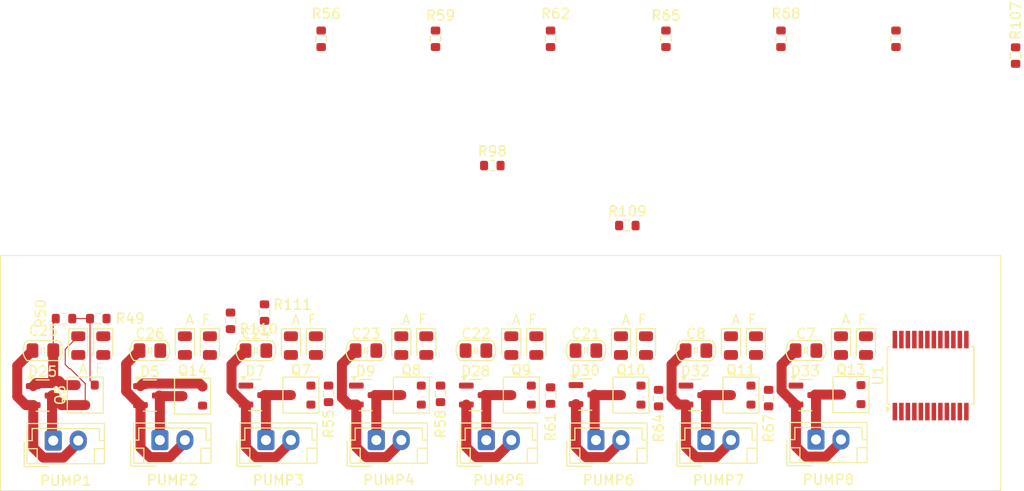
<source format=kicad_pcb>
(kicad_pcb
	(version 20241229)
	(generator "pcbnew")
	(generator_version "9.0")
	(general
		(thickness 1.6)
		(legacy_teardrops no)
	)
	(paper "A4")
	(layers
		(0 "F.Cu" signal)
		(2 "B.Cu" signal)
		(9 "F.Adhes" user "F.Adhesive")
		(11 "B.Adhes" user "B.Adhesive")
		(13 "F.Paste" user)
		(15 "B.Paste" user)
		(5 "F.SilkS" user "F.Silkscreen")
		(7 "B.SilkS" user "B.Silkscreen")
		(1 "F.Mask" user)
		(3 "B.Mask" user)
		(17 "Dwgs.User" user "User.Drawings")
		(19 "Cmts.User" user "User.Comments")
		(21 "Eco1.User" user "User.Eco1")
		(23 "Eco2.User" user "User.Eco2")
		(25 "Edge.Cuts" user)
		(27 "Margin" user)
		(31 "F.CrtYd" user "F.Courtyard")
		(29 "B.CrtYd" user "B.Courtyard")
		(35 "F.Fab" user)
		(33 "B.Fab" user)
		(39 "User.1" user)
		(41 "User.2" user)
		(43 "User.3" user)
		(45 "User.4" user)
	)
	(setup
		(pad_to_mask_clearance 0)
		(allow_soldermask_bridges_in_footprints no)
		(tenting front back)
		(pcbplotparams
			(layerselection 0x00000000_00000000_55555555_5755f5ff)
			(plot_on_all_layers_selection 0x00000000_00000000_00000000_00000000)
			(disableapertmacros no)
			(usegerberextensions no)
			(usegerberattributes yes)
			(usegerberadvancedattributes yes)
			(creategerberjobfile yes)
			(dashed_line_dash_ratio 12.000000)
			(dashed_line_gap_ratio 3.000000)
			(svgprecision 4)
			(plotframeref no)
			(mode 1)
			(useauxorigin no)
			(hpglpennumber 1)
			(hpglpenspeed 20)
			(hpglpendiameter 15.000000)
			(pdf_front_fp_property_popups yes)
			(pdf_back_fp_property_popups yes)
			(pdf_metadata yes)
			(pdf_single_document no)
			(dxfpolygonmode yes)
			(dxfimperialunits yes)
			(dxfusepcbnewfont yes)
			(psnegative no)
			(psa4output no)
			(plot_black_and_white yes)
			(plotinvisibletext no)
			(sketchpadsonfab no)
			(plotpadnumbers no)
			(hidednponfab no)
			(sketchdnponfab yes)
			(crossoutdnponfab yes)
			(subtractmaskfromsilk no)
			(outputformat 1)
			(mirror no)
			(drillshape 1)
			(scaleselection 1)
			(outputdirectory "")
		)
	)
	(net 0 "")
	(net 1 "GND")
	(net 2 "Net-(PUMP2-Pin_1)")
	(net 3 "VBAT")
	(net 4 "Net-(PUMP3-Pin_1)")
	(net 5 "Net-(PUMP4-Pin_1)")
	(net 6 "Net-(PUMP1-Pin_1)")
	(net 7 "Net-(PUMP5-Pin_1)")
	(net 8 "Net-(PUMP6-Pin_1)")
	(net 9 "Net-(PUMP7-Pin_1)")
	(net 10 "Net-(PUMP8-Pin_1)")
	(net 11 "5K_VBAT")
	(net 12 "Net-(P_FAULT1-K)")
	(net 13 "Net-(P_FAULT1-A)")
	(net 14 "Net-(P_FAULT2-A)")
	(net 15 "Net-(P_FAULT3-A)")
	(net 16 "Net-(P_FAULT4-A)")
	(net 17 "Net-(P_FAULT5-A)")
	(net 18 "Net-(P_FAULT6-A)")
	(net 19 "Net-(P_FAULT7-A)")
	(net 20 "Net-(P_FAULT8-A)")
	(net 21 "Net-(Q5-G)")
	(net 22 "PUMP1")
	(net 23 "Net-(Q7-G)")
	(net 24 "PUMP3")
	(net 25 "Net-(Q8-G)")
	(net 26 "PUMP4")
	(net 27 "Net-(Q9-G)")
	(net 28 "PUMP5")
	(net 29 "PUMP6")
	(net 30 "Net-(Q10-G)")
	(net 31 "PUMP7")
	(net 32 "Net-(Q11-G)")
	(net 33 "Net-(Q13-G)")
	(net 34 "PUMP8")
	(net 35 "Net-(Q14-G)")
	(net 36 "PUMP2")
	(net 37 "3_3V")
	(net 38 "SDA")
	(net 39 "SCL")
	(net 40 "unconnected-(U1-~{INT}-Pad1)")
	(footprint "Resistor_SMD:R_0603_1608Metric" (layer "F.Cu") (at 127.8 90.325 90))
	(footprint "PCM_Package_TO_SOT_SMD_AKL:SOT-23" (layer "F.Cu") (at 125.0375 90.45 180))
	(footprint "PCM_Package_TO_SOT_SMD_AKL:SOT-23" (layer "F.Cu") (at 147.075 90.45 180))
	(footprint "PCM_Package_TO_SOT_SMD_AKL:SOT-23" (layer "F.Cu") (at 103.475 90.45 -90))
	(footprint "Connector_JST:JST_EH_B2B-EH-A_1x02_P2.50mm_Vertical" (layer "F.Cu") (at 176.5375 94.9))
	(footprint "Connector_JST:JST_EH_B2B-EH-A_1x02_P2.50mm_Vertical" (layer "F.Cu") (at 165.5375 94.95))
	(footprint "PCM_Capacitor_SMD_Handsoldering_AKL:C_0805_2012Metric_Pad1.18x1.45mm" (layer "F.Cu") (at 175.5375 86))
	(footprint "PCM_Capacitor_SMD_Handsoldering_AKL:C_0805_2012Metric_Pad1.18x1.45mm" (layer "F.Cu") (at 153.5375 86))
	(footprint "PCM_Capacitor_SMD_Handsoldering_AKL:C_0805_2012Metric_Pad1.18x1.45mm" (layer "F.Cu") (at 109.9375 86))
	(footprint "PCM_Package_TO_SOT_SMD_AKL:SOT-23" (layer "F.Cu") (at 158.0375 90.45 180))
	(footprint "Resistor_SMD:R_0603_1608Metric" (layer "F.Cu") (at 196.5 56.5 -90))
	(footprint "Resistor_SMD:R_0603_1608Metric" (layer "F.Cu") (at 150 54.825 90))
	(footprint "LED_SMD:LED_0805_2012Metric" (layer "F.Cu") (at 146.075 85.5 -90))
	(footprint "Resistor_SMD:R_0603_1608Metric" (layer "F.Cu") (at 161.5375 54.825 90))
	(footprint "LED_SMD:LED_0805_2012Metric" (layer "F.Cu") (at 159.5375 85.5 -90))
	(footprint "Resistor_SMD:R_0603_1608Metric" (layer "F.Cu") (at 160.8 90.75 90))
	(footprint "LED_SMD:LED_0805_2012Metric" (layer "F.Cu") (at 113.4375 85.5 -90))
	(footprint "Resistor_SMD:R_0603_1608Metric" (layer "F.Cu") (at 104.775 82.8 180))
	(footprint "Resistor_SMD:R_0603_1608Metric" (layer "F.Cu") (at 121.4 82.2 90))
	(footprint "LED_SMD:LED_0805_2012Metric" (layer "F.Cu") (at 135.075 85.5 -90))
	(footprint "Resistor_SMD:R_0603_1608Metric" (layer "F.Cu") (at 173.0375 54.825 90))
	(footprint "PCM_Capacitor_SMD_Handsoldering_AKL:C_0805_2012Metric_Pad1.18x1.45mm" (layer "F.Cu") (at 120.5375 86))
	(footprint "PCM_Capacitor_SMD_Handsoldering_AKL:C_0805_2012Metric_Pad1.18x1.45mm" (layer "F.Cu") (at 99.2375 86))
	(footprint "PCM_Package_TO_SOT_SMD_AKL:SOT-23" (layer "F.Cu") (at 136.075 90.45 180))
	(footprint "LED_SMD:LED_0805_2012Metric" (layer "F.Cu") (at 148.575 85.5 -90))
	(footprint "LED_SMD:LED_0805_2012Metric" (layer "F.Cu") (at 181.5375 85.5 -90))
	(footprint "LED_SMD:LED_0805_2012Metric" (layer "F.Cu") (at 102.775 85.5 -90))
	(footprint "Package_SO:SSOP-24_5.3x8.2mm_P0.65mm" (layer "F.Cu") (at 188 88.5 90))
	(footprint "Connector_JST:JST_EH_B2B-EH-A_1x02_P2.50mm_Vertical" (layer "F.Cu") (at 143.575 94.95))
	(footprint "LED_SMD:LED_0805_2012Metric" (layer "F.Cu") (at 126.5375 85.5 -90))
	(footprint "Resistor_SMD:R_0603_1608Metric" (layer "F.Cu") (at 171.8 90.75 90))
	(footprint "LED_SMD:LED_0805_2012Metric" (layer "F.Cu") (at 170.5375 85.5 -90))
	(footprint "Connector_JST:JST_EH_B2B-EH-A_1x02_P2.50mm_Vertical" (layer "F.Cu") (at 154.5375 94.95))
	(footprint "PCM_Capacitor_SMD_Handsoldering_AKL:C_0805_2012Metric_Pad1.18x1.45mm" (layer "F.Cu") (at 142.5375 86))
	(footprint "PCM_Capacitor_SMD_Handsoldering_AKL:C_0805_2012Metric_Pad1.18x1.45mm" (layer "F.Cu") (at 131.5375 86))
	(footprint "LED_SMD:LED_0805_2012Metric" (layer "F.Cu") (at 168.0375 85.5 -90))
	(footprint "PCM_Package_TO_SOT_SMD_AKL:SOT-23" (layer "F.Cu") (at 114.2 90.55 180))
	(footprint "LED_SMD:LED_0805_2012Metric"
		(layer "F.Cu")
		(uuid "90191154-05f8-436f-8852-91848b40c7b4")
		(at 115.9375 85.5 -90)
		(descr "LED SMD 0805 (2012 Metric), square (rectangular) end terminal, IPC_7351 nominal, (Body size source: https://docs.google.com/spreadsheets/d/1BsfQQcO9C6DZCsRaXUlFlo91Tg2WpOkGARC1WS5S8t0/edit?usp=sharing), generated with kicad-footprint-generator")
		(tags "LED")
		(property "Reference" "P_FAULT2"
			(at 0 -1.65 90)
			(layer "F.SilkS")
			(hide yes)
			(uuid "e2a4d657-c3af-449b-a245-c3727b06e5c4")
			(effects
				(font
					(size 1 1)
					(thickness 0.15)
				)
			)
		)
		(property "Value" "RED"
			(at 0 1.65 90)
			(layer "F.Fab")
			(uuid "33e43a29-6db0-430e-af15-d2365874c605")
			(effects
				(
... [170112 chars truncated]
</source>
